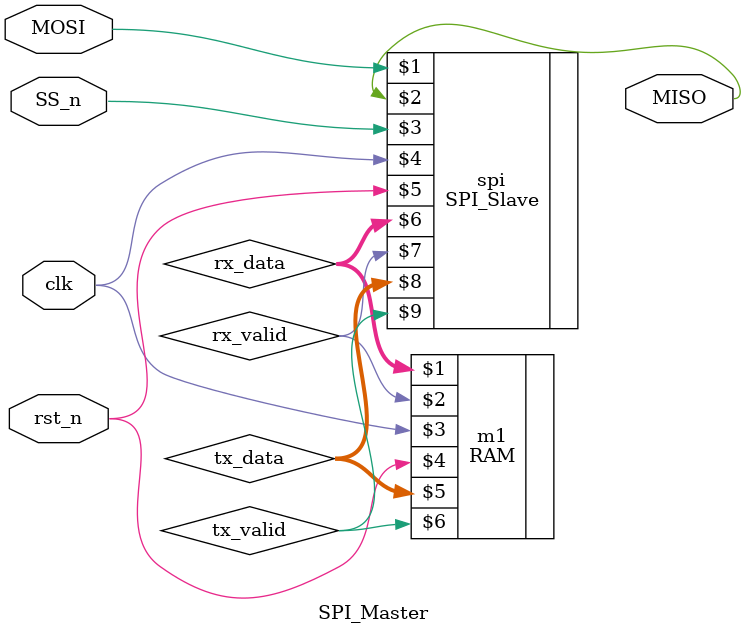
<source format=v>
module SPI_Master(clk, rst_n, MOSI, SS_n,MISO);
input MOSI, SS_n, clk, rst_n;
output MISO;
wire [9:0] rx_data;
wire [7:0] tx_data;
wire rx_valid, tx_valid;
RAM m1(rx_data, rx_valid, clk, rst_n, tx_data, tx_valid);
SPI_Slave spi(MOSI, MISO, SS_n, clk, rst_n, rx_data, rx_valid, tx_data, tx_valid);
endmodule
</source>
